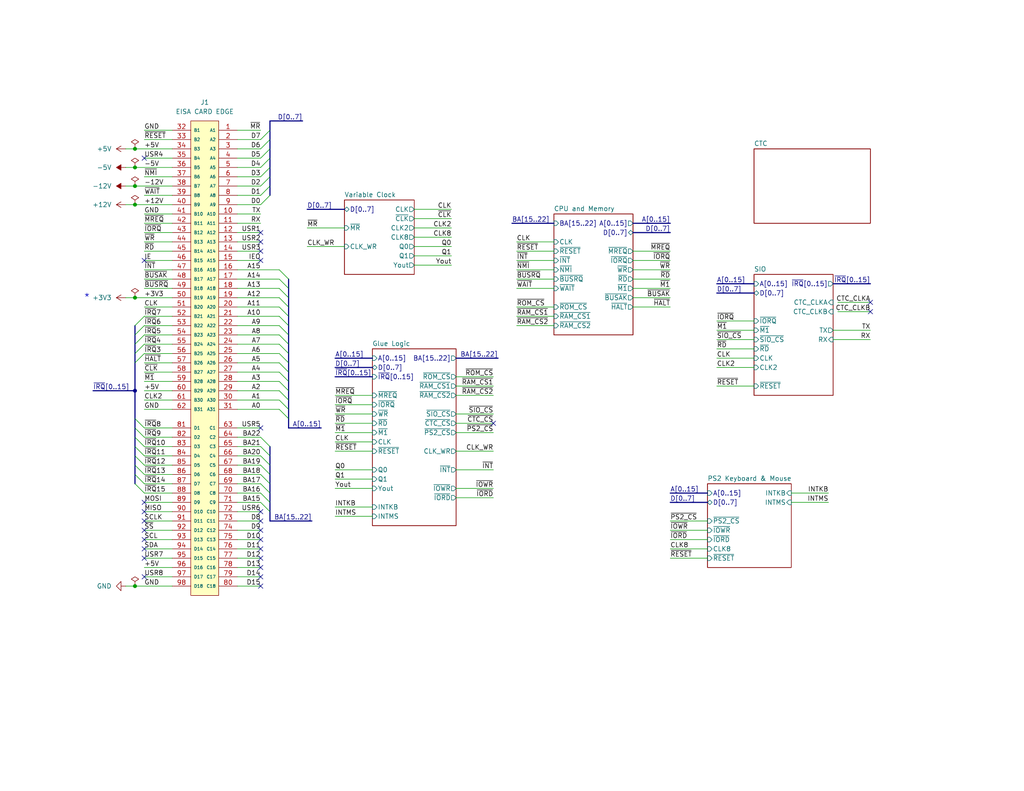
<source format=kicad_sch>
(kicad_sch (version 20230121) (generator eeschema)
  (paper "USLetter")
  (title_block (title "Main CPU card with CTC, SIO and PIO") (date "2023-08-13") (rev "V2") (company "Frédéric Segard  (@microhobbyist)"))
  (lib_symbols
    (symbol "0_Library:ISA_CARD_CONNECTOR_16BIT" (pin_names (offset 0.762))
      (property "Reference" "J" (at 0 5.08 0))
      (property "Value" "ISA_CARD_CONNECTOR_16BIT" (at 0 2.54 0))
      (symbol "ISA_CARD_CONNECTOR_16BIT_0_0"
        (pin passive line (at 8.89 -2.54 180) (length 5.08) (name "A1") (number "1"))
        (pin passive line (at 8.89 -25.4 180) (length 5.08) (name "A10") (number "10"))
        (pin passive line (at 8.89 -27.94 180) (length 5.08) (name "A11") (number "11"))
        (pin passive line (at 8.89 -30.48 180) (length 5.08) (name "A12") (number "12"))
        (pin passive line (at 8.89 -33.02 180) (length 5.08) (name "A13") (number "13"))
        (pin passive line (at 8.89 -35.56 180) (length 5.08) (name "A14") (number "14"))
        (pin passive line (at 8.89 -38.1 180) (length 5.08) (name "A15") (number "15"))
        (pin passive line (at 8.89 -40.64 180) (length 5.08) (name "A16") (number "16"))
        (pin passive line (at 8.89 -43.18 180) (length 5.08) (name "A17") (number "17"))
        (pin passive line (at 8.89 -45.72 180) (length 5.08) (name "A18") (number "18"))
        (pin passive line (at 8.89 -48.26 180) (length 5.08) (name "A19") (number "19"))
        (pin passive line (at 8.89 -5.08 180) (length 5.08) (name "A2") (number "2"))
        (pin passive line (at 8.89 -50.8 180) (length 5.08) (name "A20") (number "20"))
        (pin passive line (at 8.89 -53.34 180) (length 5.08) (name "A21") (number "21"))
        (pin passive line (at 8.89 -55.88 180) (length 5.08) (name "A22") (number "22"))
        (pin passive line (at 8.89 -58.42 180) (length 5.08) (name "A23") (number "23"))
        (pin passive line (at 8.89 -60.96 180) (length 5.08) (name "A24") (number "24"))
        (pin passive line (at 8.89 -63.5 180) (length 5.08) (name "A25") (number "25"))
        (pin passive line (at 8.89 -66.04 180) (length 5.08) (name "A26") (number "26"))
        (pin passive line (at 8.89 -68.58 180) (length 5.08) (name "A27") (number "27"))
        (pin passive line (at 8.89 -71.12 180) (length 5.08) (name "A28") (number "28"))
        (pin passive line (at 8.89 -73.66 180) (length 5.08) (name "A29") (number "29"))
        (pin passive line (at 8.89 -7.62 180) (length 5.08) (name "A3") (number "3"))
        (pin passive line (at 8.89 -76.2 180) (length 5.08) (name "A30") (number "30"))
        (pin passive line (at 8.89 -78.74 180) (length 5.08) (name "A31") (number "31"))
        (pin passive line (at -8.89 -2.54 0) (length 5.08) (name "B1") (number "32"))
        (pin passive line (at -8.89 -5.08 0) (length 5.08) (name "B2") (number "33"))
        (pin passive line (at -8.89 -7.62 0) (length 5.08) (name "B3") (number "34"))
        (pin passive line (at -8.89 -10.16 0) (length 5.08) (name "B4") (number "35"))
        (pin passive line (at -8.89 -12.7 0) (length 5.08) (name "B5") (number "36"))
        (pin passive line (at -8.89 -15.24 0) (length 5.08) (name "B6") (number "37"))
        (pin passive line (at -8.89 -17.78 0) (length 5.08) (name "B7") (number "38"))
        (pin passive line (at -8.89 -20.32 0) (length 5.08) (name "B8") (number "39"))
        (pin passive line (at 8.89 -10.16 180) (length 5.08) (name "A4") (number "4"))
        (pin passive line (at -8.89 -22.86 0) (length 5.08) (name "B9") (number "40"))
        (pin passive line (at -8.89 -25.4 0) (length 5.08) (name "B10") (number "41"))
        (pin passive line (at -8.89 -27.94 0) (length 5.08) (name "B11") (number "42"))
        (pin passive line (at -8.89 -30.48 0) (length 5.08) (name "B12") (number "43"))
        (pin passive line (at -8.89 -33.02 0) (length 5.08) (name "B13") (number "44"))
        (pin passive line (at -8.89 -35.56 0) (length 5.08) (name "B14") (number "45"))
        (pin passive line (at -8.89 -38.1 0) (length 5.08) (name "B15") (number "46"))
        (pin passive line (at -8.89 -40.64 0) (length 5.08) (name "B16") (number "47"))
        (pin passive line (at -8.89 -43.18 0) (length 5.08) (name "B17") (number "48"))
        (pin passive line (at -8.89 -45.72 0) (length 5.08) (name "B18") (number "49"))
        (pin passive line (at 8.89 -12.7 180) (length 5.08) (name "A5") (number "5"))
        (pin passive line (at -8.89 -48.26 0) (length 5.08) (name "B19") (number "50"))
        (pin passive line (at -8.89 -50.8 0) (length 5.08) (name "B20") (number "51"))
        (pin passive line (at -8.89 -53.34 0) (length 5.08) (name "B21") (number "52"))
        (pin passive line (at -8.89 -55.88 0) (length 5.08) (name "B22") (number "53"))
        (pin passive line (at -8.89 -58.42 0) (length 5.08) (name "B23") (number "54"))
        (pin passive line (at -8.89 -60.96 0) (length 5.08) (name "B24") (number "55"))
        (pin passive line (at -8.89 -63.5 0) (length 5.08) (name "B25") (number "56"))
        (pin passive line (at -8.89 -66.04 0) (length 5.08) (name "B26") (number "57"))
        (pin passive line (at -8.89 -68.58 0) (length 5.08) (name "B27") (number "58"))
        (pin passive line (at -8.89 -71.12 0) (length 5.08) (name "B28") (number "59"))
        (pin passive line (at 8.89 -15.24 180) (length 5.08) (name "A6") (number "6"))
        (pin passive line (at -8.89 -73.66 0) (length 5.08) (name "B29") (number "60"))
        (pin passive line (at -8.89 -76.2 0) (length 5.08) (name "B30") (number "61"))
        (pin passive line (at -8.89 -78.74 0) (length 5.08) (name "B31") (number "62"))
        (pin passive line (at 8.89 -17.78 180) (length 5.08) (name "A7") (number "7"))
        (pin passive line (at 8.89 -20.32 180) (length 5.08) (name "A8") (number "8"))
        (pin passive line (at 8.89 -22.86 180) (length 5.08) (name "A9") (number "9"))
      )
      (symbol "ISA_CARD_CONNECTOR_16BIT_0_1"
        (rectangle (start -3.81 0) (end 3.81 -129.54) (fill (type background)))
      )
      (symbol "ISA_CARD_CONNECTOR_16BIT_1_1"
        (pin passive line (at 8.89 -83.82 180) (length 5.08) (name "C1") (number "63"))
        (pin passive line (at 8.89 -86.36 180) (length 5.08) (name "C2") (number "64"))
        (pin passive line (at 8.89 -88.9 180) (length 5.08) (name "C3") (number "65"))
        (pin passive line (at 8.89 -91.44 180) (length 5.08) (name "C4") (number "66"))
        (pin passive line (at 8.89 -93.98 180) (length 5.08) (name "C5") (number "67"))
        (pin passive line (at 8.89 -96.52 180) (length 5.08) (name "C6") (number "68"))
        (pin passive line (at 8.89 -99.06 180) (length 5.08) (name "C7") (number "69"))
        (pin passive line (at 8.89 -101.6 180) (length 5.08) (name "C8") (number "70"))
        (pin passive line (at 8.89 -104.14 180) (length 5.08) (name "C9") (number "71"))
        (pin passive line (at 8.89 -106.68 180) (length 5.08) (name "C10") (number "72"))
        (pin passive line (at 8.89 -109.22 180) (length 5.08) (name "C11") (number "73"))
        (pin passive line (at 8.89 -111.76 180) (length 5.08) (name "C12") (number "74"))
        (pin passive line (at 8.89 -114.3 180) (length 5.08) (name "C13") (number "75"))
        (pin passive line (at 8.89 -116.84 180) (length 5.08) (name "C14") (number "76"))
        (pin passive line (at 8.89 -119.38 180) (length 5.08) (name "C15") (number "77"))
        (pin passive line (at 8.89 -121.92 180) (length 5.08) (name "C16") (number "78"))
        (pin passive line (at 8.89 -124.46 180) (length 5.08) (name "C17") (number "79"))
        (pin passive line (at 8.89 -127 180) (length 5.08) (name "C18") (number "80"))
        (pin passive line (at -8.89 -83.82 0) (length 5.08) (name "D1") (number "81"))
        (pin passive line (at -8.89 -86.36 0) (length 5.08) (name "D2") (number "82"))
        (pin passive line (at -8.89 -88.9 0) (length 5.08) (name "D3") (number "83"))
        (pin passive line (at -8.89 -91.44 0) (length 5.08) (name "D4") (number "84"))
        (pin passive line (at -8.89 -93.98 0) (length 5.08) (name "D5") (number "85"))
        (pin passive line (at -8.89 -96.52 0) (length 5.08) (name "D6") (number "86"))
        (pin passive line (at -8.89 -99.06 0) (length 5.08) (name "D7") (number "87"))
        (pin passive line (at -8.89 -101.6 0) (length 5.08) (name "D8") (number "88"))
        (pin passive line (at -8.89 -104.14 0) (length 5.08) (name "D9") (number "89"))
        (pin passive line (at -8.89 -106.68 0) (length 5.08) (name "D10") (number "90"))
        (pin passive line (at -8.89 -109.22 0) (length 5.08) (name "D11") (number "91"))
        (pin passive line (at -8.89 -111.76 0) (length 5.08) (name "D12") (number "92"))
        (pin passive line (at -8.89 -114.3 0) (length 5.08) (name "D13") (number "93"))
        (pin passive line (at -8.89 -116.84 0) (length 5.08) (name "D14") (number "94"))
        (pin passive line (at -8.89 -119.38 0) (length 5.08) (name "D15") (number "95"))
        (pin passive line (at -8.89 -121.92 0) (length 5.08) (name "D16") (number "96"))
        (pin passive line (at -8.89 -124.46 0) (length 5.08) (name "D17") (number "97"))
        (pin passive line (at -8.89 -127 0) (length 5.08) (name "D18") (number "98"))
      )
    )
    (symbol "power:+12V" (power) (pin_names (offset 0))
      (property "Value" "+12V" (at 0 3.556 0))
      (symbol "+12V_0_1"
        (polyline (pts (xy -0.762 1.27) (xy 0 2.54)))
        (polyline (pts (xy 0 0) (xy 0 2.54)))
        (polyline (pts (xy 0 2.54) (xy 0.762 1.27)))
      )
      (symbol "+12V_1_1"
        (pin power_in line (at 0 0 90) (length 0) hide (name "+12V") (number "1"))
      )
    )
    (symbol "power:+3V3" (power) (pin_names (offset 0))
      (property "Value" "+3V3" (at 0 3.556 0))
      (symbol "+3V3_0_1"
        (polyline (pts (xy -0.762 1.27) (xy 0 2.54)))
        (polyline (pts (xy 0 0) (xy 0 2.54)))
        (polyline (pts (xy 0 2.54) (xy 0.762 1.27)))
      )
      (symbol "+3V3_1_1"
        (pin power_in line (at 0 0 90) (length 0) hide (name "+3V3") (number "1"))
      )
    )
    (symbol "power:+5V" (power) (pin_names (offset 0))
      (property "Value" "+5V" (at 0 3.556 0))
      (symbol "+5V_0_1"
        (polyline (pts (xy -0.762 1.27) (xy 0 2.54)))
        (polyline (pts (xy 0 0) (xy 0 2.54)))
        (polyline (pts (xy 0 2.54) (xy 0.762 1.27)))
      )
      (symbol "+5V_1_1"
        (pin power_in line (at 0 0 90) (length 0) hide (name "+5V") (number "1"))
      )
    )
    (symbol "power:-12V" (power) (pin_names (offset 0))
      (property "Value" "-12V" (at 0 3.81 0))
      (symbol "-12V_0_0"
        (pin power_in line (at 0 0 90) (length 0) hide (name "-12V") (number "1"))
      )
      (symbol "-12V_0_1"
        (polyline (pts (xy 0 0) (xy 0 1.27) (xy 0.762 1.27) (xy 0 2.54) (xy -0.762 1.27) (xy 0 1.27)) (fill (type outline)))
      )
    )
    (symbol "power:-5V" (power) (pin_names (offset 0))
      (property "Value" "-5V" (at 0 3.81 0))
      (symbol "-5V_0_0"
        (pin power_in line (at 0 0 90) (length 0) hide (name "-5V") (number "1"))
      )
      (symbol "-5V_0_1"
        (polyline (pts (xy 0 0) (xy 0 1.27) (xy 0.762 1.27) (xy 0 2.54) (xy -0.762 1.27) (xy 0 1.27)) (fill (type outline)))
      )
    )
    (symbol "power:GND" (power) (pin_names (offset 0))
      (property "Value" "GND" (at 0 -3.81 0))
      (symbol "GND_0_1"
        (polyline (pts (xy 0 0) (xy 0 -1.27) (xy 1.27 -1.27) (xy 0 -2.54) (xy -1.27 -1.27) (xy 0 -1.27)))
      )
      (symbol "GND_1_1"
        (pin power_in line (at 0 0 270) (length 0) hide (name "GND") (number "1"))
      )
    )
    (symbol "power:PWR_FLAG" (power) (pin_numbers hide) (pin_names (offset 0) hide)
      (property "Value" "PWR_FLAG" (at 0 3.81 0))
      (symbol "PWR_FLAG_0_0"
        (pin power_out line (at 0 0 90) (length 0) (name "pwr") (number "1"))
      )
      (symbol "PWR_FLAG_0_1"
        (polyline (pts (xy 0 0) (xy 0 1.27) (xy -1.016 1.905) (xy 0 2.54) (xy 1.016 1.905) (xy 0 1.27)))
      )
    )
  )
  (junction (at 36.83 81.28))
  (junction (at 36.83 50.8))
  (junction (at 36.83 55.88))
  (junction (at 36.83 160.02))
  (junction (at 36.83 40.64))
  (junction (at 36.83 106.68))
  (junction (at 36.83 45.72))
  (no_connect (at 71.12 142.24))
  (no_connect (at 237.49 85.09))
  (no_connect (at 71.12 160.02))
  (no_connect (at 39.37 149.86))
  (no_connect (at 71.12 149.86))
  (no_connect (at 71.12 63.5))
  (no_connect (at 237.49 82.55))
  (no_connect (at 39.37 147.32))
  (no_connect (at 134.62 115.57))
  (no_connect (at 71.12 139.7))
  (no_connect (at 39.37 43.18))
  (no_connect (at 39.37 152.4))
  (no_connect (at 71.12 71.12))
  (no_connect (at 71.12 152.4))
  (no_connect (at 39.37 142.24))
  (no_connect (at 39.37 144.78))
  (no_connect (at 71.12 116.84))
  (no_connect (at 71.12 154.94))
  (no_connect (at 39.37 71.12))
  (no_connect (at 71.12 66.04))
  (no_connect (at 39.37 139.7))
  (no_connect (at 71.12 157.48))
  (no_connect (at 71.12 144.78))
  (no_connect (at 39.37 137.16))
  (no_connect (at 39.37 157.48))
  (no_connect (at 71.12 147.32))
  (no_connect (at 71.12 68.58))
  (bus_entry (at 78.74 96.52) (size -2.54 -2.54))
  (bus_entry (at 71.12 121.92) (size 2.54 2.54))
  (bus_entry (at 71.12 55.88) (size 2.54 -2.54))
  (bus_entry (at 36.83 96.52) (size 2.54 -2.54))
  (bus_entry (at 78.74 78.74) (size -2.54 -2.54))
  (bus_entry (at 71.12 137.16) (size 2.54 2.54))
  (bus_entry (at 39.37 119.38) (size -2.54 -2.54))
  (bus_entry (at 78.74 76.2) (size -2.54 -2.54))
  (bus_entry (at 36.83 93.98) (size 2.54 -2.54))
  (bus_entry (at 78.74 114.3) (size -2.54 -2.54))
  (bus_entry (at 78.74 93.98) (size -2.54 -2.54))
  (bus_entry (at 71.12 129.54) (size 2.54 2.54))
  (bus_entry (at 39.37 124.46) (size -2.54 -2.54))
  (bus_entry (at 78.74 83.82) (size -2.54 -2.54))
  (bus_entry (at 78.74 88.9) (size -2.54 -2.54))
  (bus_entry (at 78.74 109.22) (size -2.54 -2.54))
  (bus_entry (at 78.74 106.68) (size -2.54 -2.54))
  (bus_entry (at 71.12 132.08) (size 2.54 2.54))
  (bus_entry (at 71.12 53.34) (size 2.54 -2.54))
  (bus_entry (at 39.37 134.62) (size -2.54 -2.54))
  (bus_entry (at 71.12 45.72) (size 2.54 -2.54))
  (bus_entry (at 36.83 91.44) (size 2.54 -2.54))
  (bus_entry (at 71.12 127) (size 2.54 2.54))
  (bus_entry (at 39.37 121.92) (size -2.54 -2.54))
  (bus_entry (at 39.37 132.08) (size -2.54 -2.54))
  (bus_entry (at 39.37 127) (size -2.54 -2.54))
  (bus_entry (at 78.74 81.28) (size -2.54 -2.54))
  (bus_entry (at 78.74 104.14) (size -2.54 -2.54))
  (bus_entry (at 39.37 116.84) (size -2.54 -2.54))
  (bus_entry (at 78.74 99.06) (size -2.54 -2.54))
  (bus_entry (at 71.12 134.62) (size 2.54 2.54))
  (bus_entry (at 78.74 111.76) (size -2.54 -2.54))
  (bus_entry (at 71.12 50.8) (size 2.54 -2.54))
  (bus_entry (at 71.12 119.38) (size 2.54 2.54))
  (bus_entry (at 71.12 38.1) (size 2.54 -2.54))
  (bus_entry (at 36.83 88.9) (size 2.54 -2.54))
  (bus_entry (at 78.74 86.36) (size -2.54 -2.54))
  (bus_entry (at 39.37 129.54) (size -2.54 -2.54))
  (bus_entry (at 78.74 101.6) (size -2.54 -2.54))
  (bus_entry (at 36.83 99.06) (size 2.54 -2.54))
  (bus_entry (at 71.12 48.26) (size 2.54 -2.54))
  (bus_entry (at 71.12 124.46) (size 2.54 2.54))
  (bus_entry (at 71.12 43.18) (size 2.54 -2.54))
  (bus_entry (at 78.74 91.44) (size -2.54 -2.54))
  (bus_entry (at 71.12 40.64) (size 2.54 -2.54))
  (wire (pts (xy 34.29 50.8) (xy 36.83 50.8)))
  (bus (pts (xy 78.74 111.76) (xy 78.74 114.3)))
  (bus (pts (xy 36.83 88.9) (xy 36.83 91.44)))
  (bus (pts (xy 73.66 35.56) (xy 73.66 33.02)))
  (bus (pts (xy 36.83 93.98) (xy 36.83 96.52)))
  (wire (pts (xy 39.37 101.6) (xy 46.99 101.6)))
  (wire (pts (xy 195.58 105.41) (xy 205.74 105.41)))
  (wire (pts (xy 39.37 35.56) (xy 46.99 35.56)))
  (wire (pts (xy 124.46 118.11) (xy 134.62 118.11)))
  (wire (pts (xy 134.62 105.41) (xy 124.46 105.41)))
  (bus (pts (xy 73.66 45.72) (xy 73.66 43.18)))
  (wire (pts (xy 140.97 76.2) (xy 151.13 76.2)))
  (wire (pts (xy 228.6 82.55) (xy 237.49 82.55)))
  (wire (pts (xy 123.19 72.39) (xy 113.03 72.39)))
  (wire (pts (xy 39.37 121.92) (xy 46.99 121.92)))
  (wire (pts (xy 36.83 81.28) (xy 34.29 81.28)))
  (wire (pts (xy 39.37 73.66) (xy 46.99 73.66)))
  (wire (pts (xy 39.37 139.7) (xy 46.99 139.7)))
  (wire (pts (xy 182.88 78.74) (xy 172.72 78.74)))
  (wire (pts (xy 39.37 60.96) (xy 46.99 60.96)))
  (wire (pts (xy 36.83 55.88) (xy 46.99 55.88)))
  (bus (pts (xy 73.66 142.24) (xy 85.09 142.24)))
  (wire (pts (xy 140.97 73.66) (xy 151.13 73.66)))
  (wire (pts (xy 205.74 92.71) (xy 195.58 92.71)))
  (bus (pts (xy 78.74 83.82) (xy 78.74 86.36)))
  (wire (pts (xy 226.06 134.62) (xy 215.9 134.62)))
  (bus (pts (xy 91.44 102.87) (xy 101.6 102.87)))
  (wire (pts (xy 71.12 66.04) (xy 64.77 66.04)))
  (wire (pts (xy 64.77 78.74) (xy 76.2 78.74)))
  (wire (pts (xy 64.77 119.38) (xy 71.12 119.38)))
  (wire (pts (xy 64.77 139.7) (xy 71.12 139.7)))
  (wire (pts (xy 39.37 106.68) (xy 46.99 106.68)))
  (wire (pts (xy 64.77 88.9) (xy 76.2 88.9)))
  (wire (pts (xy 39.37 68.58) (xy 46.99 68.58)))
  (wire (pts (xy 39.37 96.52) (xy 46.99 96.52)))
  (wire (pts (xy 39.37 137.16) (xy 46.99 137.16)))
  (wire (pts (xy 91.44 115.57) (xy 101.6 115.57)))
  (wire (pts (xy 46.99 81.28) (xy 36.83 81.28)))
  (wire (pts (xy 64.77 127) (xy 71.12 127)))
  (bus (pts (xy 73.66 38.1) (xy 73.66 35.56)))
  (bus (pts (xy 36.83 116.84) (xy 36.83 119.38)))
  (wire (pts (xy 64.77 86.36) (xy 76.2 86.36)))
  (wire (pts (xy 226.06 137.16) (xy 215.9 137.16)))
  (wire (pts (xy 64.77 99.06) (xy 76.2 99.06)))
  (bus (pts (xy 78.74 96.52) (xy 78.74 99.06)))
  (bus (pts (xy 73.66 127) (xy 73.66 129.54)))
  (bus (pts (xy 91.44 97.79) (xy 101.6 97.79)))
  (wire (pts (xy 39.37 134.62) (xy 46.99 134.62)))
  (bus (pts (xy 182.88 60.96) (xy 172.72 60.96)))
  (wire (pts (xy 64.77 154.94) (xy 71.12 154.94)))
  (wire (pts (xy 64.77 60.96) (xy 71.12 60.96)))
  (wire (pts (xy 39.37 111.76) (xy 46.99 111.76)))
  (wire (pts (xy 91.44 138.43) (xy 101.6 138.43)))
  (wire (pts (xy 227.33 92.71) (xy 237.49 92.71)))
  (bus (pts (xy 73.66 137.16) (xy 73.66 139.7)))
  (bus (pts (xy 73.66 129.54) (xy 73.66 132.08)))
  (wire (pts (xy 124.46 115.57) (xy 134.62 115.57)))
  (wire (pts (xy 140.97 86.36) (xy 151.13 86.36)))
  (wire (pts (xy 64.77 134.62) (xy 71.12 134.62)))
  (wire (pts (xy 124.46 133.35) (xy 134.62 133.35)))
  (wire (pts (xy 140.97 83.82) (xy 151.13 83.82)))
  (bus (pts (xy 93.98 57.15) (xy 83.82 57.15)))
  (bus (pts (xy 124.46 97.79) (xy 135.89 97.79)))
  (wire (pts (xy 64.77 91.44) (xy 76.2 91.44)))
  (wire (pts (xy 39.37 58.42) (xy 46.99 58.42)))
  (wire (pts (xy 39.37 63.5) (xy 46.99 63.5)))
  (wire (pts (xy 64.77 76.2) (xy 76.2 76.2)))
  (wire (pts (xy 134.62 102.87) (xy 124.46 102.87)))
  (wire (pts (xy 140.97 66.04) (xy 151.13 66.04)))
  (bus (pts (xy 73.66 43.18) (xy 73.66 40.64)))
  (wire (pts (xy 64.77 73.66) (xy 76.2 73.66)))
  (wire (pts (xy 64.77 149.86) (xy 71.12 149.86)))
  (wire (pts (xy 228.6 85.09) (xy 237.49 85.09)))
  (wire (pts (xy 39.37 38.1) (xy 46.99 38.1)))
  (bus (pts (xy 78.74 101.6) (xy 78.74 104.14)))
  (wire (pts (xy 39.37 132.08) (xy 46.99 132.08)))
  (wire (pts (xy 123.19 69.85) (xy 113.03 69.85)))
  (wire (pts (xy 64.77 147.32) (xy 71.12 147.32)))
  (wire (pts (xy 71.12 63.5) (xy 64.77 63.5)))
  (wire (pts (xy 34.29 45.72) (xy 36.83 45.72)))
  (wire (pts (xy 91.44 130.81) (xy 101.6 130.81)))
  (wire (pts (xy 91.44 128.27) (xy 101.6 128.27)))
  (wire (pts (xy 39.37 127) (xy 46.99 127)))
  (wire (pts (xy 172.72 81.28) (xy 182.88 81.28)))
  (wire (pts (xy 64.77 152.4) (xy 71.12 152.4)))
  (bus (pts (xy 73.66 124.46) (xy 73.66 127)))
  (wire (pts (xy 124.46 113.03) (xy 134.62 113.03)))
  (bus (pts (xy 36.83 106.68) (xy 36.83 114.3)))
  (wire (pts (xy 91.44 107.95) (xy 101.6 107.95)))
  (wire (pts (xy 39.37 99.06) (xy 46.99 99.06)))
  (bus (pts (xy 73.66 53.34) (xy 73.66 50.8)))
  (wire (pts (xy 124.46 135.89) (xy 134.62 135.89)))
  (wire (pts (xy 64.77 83.82) (xy 76.2 83.82)))
  (wire (pts (xy 91.44 123.19) (xy 101.6 123.19)))
  (wire (pts (xy 64.77 124.46) (xy 71.12 124.46)))
  (wire (pts (xy 39.37 93.98) (xy 46.99 93.98)))
  (wire (pts (xy 39.37 157.48) (xy 46.99 157.48)))
  (wire (pts (xy 39.37 147.32) (xy 46.99 147.32)))
  (wire (pts (xy 39.37 124.46) (xy 46.99 124.46)))
  (wire (pts (xy 39.37 86.36) (xy 46.99 86.36)))
  (wire (pts (xy 182.88 68.58) (xy 172.72 68.58)))
  (wire (pts (xy 64.77 104.14) (xy 76.2 104.14)))
  (bus (pts (xy 36.83 129.54) (xy 36.83 132.08)))
  (wire (pts (xy 39.37 43.18) (xy 46.99 43.18)))
  (wire (pts (xy 36.83 50.8) (xy 46.99 50.8)))
  (bus (pts (xy 101.6 100.33) (xy 91.44 100.33)))
  (wire (pts (xy 64.77 101.6) (xy 76.2 101.6)))
  (bus (pts (xy 36.83 121.92) (xy 36.83 124.46)))
  (wire (pts (xy 64.77 81.28) (xy 76.2 81.28)))
  (wire (pts (xy 64.77 40.64) (xy 71.12 40.64)))
  (bus (pts (xy 73.66 48.26) (xy 73.66 45.72)))
  (wire (pts (xy 64.77 144.78) (xy 71.12 144.78)))
  (bus (pts (xy 36.83 96.52) (xy 36.83 99.06)))
  (bus (pts (xy 205.74 80.01) (xy 195.58 80.01)))
  (wire (pts (xy 113.03 64.77) (xy 123.19 64.77)))
  (wire (pts (xy 36.83 45.72) (xy 46.99 45.72)))
  (wire (pts (xy 64.77 132.08) (xy 71.12 132.08)))
  (bus (pts (xy 78.74 99.06) (xy 78.74 101.6)))
  (bus (pts (xy 78.74 78.74) (xy 78.74 81.28)))
  (wire (pts (xy 91.44 140.97) (xy 101.6 140.97)))
  (wire (pts (xy 39.37 154.94) (xy 46.99 154.94)))
  (wire (pts (xy 39.37 142.24) (xy 46.99 142.24)))
  (wire (pts (xy 64.77 109.22) (xy 76.2 109.22)))
  (wire (pts (xy 39.37 76.2) (xy 46.99 76.2)))
  (wire (pts (xy 64.77 160.02) (xy 71.12 160.02)))
  (wire (pts (xy 39.37 66.04) (xy 46.99 66.04)))
  (bus (pts (xy 172.72 63.5) (xy 182.88 63.5)))
  (wire (pts (xy 134.62 107.95) (xy 124.46 107.95)))
  (wire (pts (xy 93.98 62.23) (xy 83.82 62.23)))
  (wire (pts (xy 64.77 157.48) (xy 71.12 157.48)))
  (wire (pts (xy 64.77 35.56) (xy 71.12 35.56)))
  (wire (pts (xy 182.88 71.12) (xy 172.72 71.12)))
  (wire (pts (xy 39.37 78.74) (xy 46.99 78.74)))
  (bus (pts (xy 237.49 77.47) (xy 227.33 77.47)))
  (bus (pts (xy 73.66 33.02) (xy 82.55 33.02)))
  (wire (pts (xy 172.72 83.82) (xy 182.88 83.82)))
  (wire (pts (xy 140.97 68.58) (xy 151.13 68.58)))
  (bus (pts (xy 73.66 121.92) (xy 73.66 124.46)))
  (wire (pts (xy 140.97 88.9) (xy 151.13 88.9)))
  (bus (pts (xy 78.74 88.9) (xy 78.74 91.44)))
  (wire (pts (xy 39.37 109.22) (xy 46.99 109.22)))
  (bus (pts (xy 36.83 114.3) (xy 36.83 116.84)))
  (wire (pts (xy 193.04 144.78) (xy 182.88 144.78)))
  (wire (pts (xy 64.77 50.8) (xy 71.12 50.8)))
  (wire (pts (xy 39.37 104.14) (xy 46.99 104.14)))
  (bus (pts (xy 182.88 134.62) (xy 193.04 134.62)))
  (wire (pts (xy 39.37 83.82) (xy 46.99 83.82)))
  (wire (pts (xy 140.97 78.74) (xy 151.13 78.74)))
  (wire (pts (xy 64.77 38.1) (xy 71.12 38.1)))
  (wire (pts (xy 193.04 142.24) (xy 182.88 142.24)))
  (wire (pts (xy 34.29 40.64) (xy 36.83 40.64)))
  (wire (pts (xy 123.19 57.15) (xy 113.03 57.15)))
  (wire (pts (xy 195.58 100.33) (xy 205.74 100.33)))
  (wire (pts (xy 39.37 149.86) (xy 46.99 149.86)))
  (bus (pts (xy 36.83 119.38) (xy 36.83 121.92)))
  (wire (pts (xy 39.37 144.78) (xy 46.99 144.78)))
  (wire (pts (xy 64.77 111.76) (xy 76.2 111.76)))
  (wire (pts (xy 195.58 87.63) (xy 205.74 87.63)))
  (wire (pts (xy 64.77 129.54) (xy 71.12 129.54)))
  (wire (pts (xy 193.04 149.86) (xy 182.88 149.86)))
  (wire (pts (xy 182.88 76.2) (xy 172.72 76.2)))
  (wire (pts (xy 39.37 88.9) (xy 46.99 88.9)))
  (bus (pts (xy 78.74 76.2) (xy 78.74 78.74)))
  (wire (pts (xy 39.37 91.44) (xy 46.99 91.44)))
  (wire (pts (xy 195.58 95.25) (xy 205.74 95.25)))
  (bus (pts (xy 78.74 91.44) (xy 78.74 93.98)))
  (wire (pts (xy 195.58 90.17) (xy 205.74 90.17)))
  (wire (pts (xy 64.77 116.84) (xy 71.12 116.84)))
  (bus (pts (xy 78.74 81.28) (xy 78.74 83.82)))
  (wire (pts (xy 64.77 71.12) (xy 71.12 71.12)))
  (bus (pts (xy 78.74 116.84) (xy 87.63 116.84)))
  (wire (pts (xy 134.62 128.27) (xy 124.46 128.27)))
  (wire (pts (xy 64.77 45.72) (xy 71.12 45.72)))
  (wire (pts (xy 64.77 142.24) (xy 71.12 142.24)))
  (wire (pts (xy 93.98 67.31) (xy 83.82 67.31)))
  (bus (pts (xy 73.66 132.08) (xy 73.66 134.62)))
  (bus (pts (xy 78.74 104.14) (xy 78.74 106.68)))
  (bus (pts (xy 73.66 40.64) (xy 73.66 38.1)))
  (wire (pts (xy 71.12 68.58) (xy 64.77 68.58)))
  (wire (pts (xy 64.77 96.52) (xy 76.2 96.52)))
  (wire (pts (xy 124.46 123.19) (xy 134.62 123.19)))
  (bus (pts (xy 78.74 109.22) (xy 78.74 111.76)))
  (wire (pts (xy 227.33 90.17) (xy 237.49 90.17)))
  (bus (pts (xy 25.4 106.68) (xy 36.83 106.68)))
  (wire (pts (xy 123.19 59.69) (xy 113.03 59.69)))
  (wire (pts (xy 39.37 129.54) (xy 46.99 129.54)))
  (wire (pts (xy 195.58 97.79) (xy 205.74 97.79)))
  (wire (pts (xy 64.77 137.16) (xy 71.12 137.16)))
  (bus (pts (xy 78.74 93.98) (xy 78.74 96.52)))
  (wire (pts (xy 64.77 43.18) (xy 71.12 43.18)))
  (wire (pts (xy 39.37 48.26) (xy 46.99 48.26)))
  (wire (pts (xy 182.88 152.4) (xy 193.04 152.4)))
  (wire (pts (xy 36.83 40.64) (xy 46.99 40.64)))
  (bus (pts (xy 193.04 137.16) (xy 182.88 137.16)))
  (wire (pts (xy 64.77 53.34) (xy 71.12 53.34)))
  (wire (pts (xy 182.88 73.66) (xy 172.72 73.66)))
  (wire (pts (xy 39.37 53.34) (xy 46.99 53.34)))
  (wire (pts (xy 64.77 121.92) (xy 71.12 121.92)))
  (wire (pts (xy 91.44 120.65) (xy 101.6 120.65)))
  (wire (pts (xy 91.44 118.11) (xy 101.6 118.11)))
  (wire (pts (xy 34.29 160.02) (xy 36.83 160.02)))
  (wire (pts (xy 39.37 116.84) (xy 46.99 116.84)))
  (wire (pts (xy 39.37 152.4) (xy 46.99 152.4)))
  (wire (pts (xy 140.97 71.12) (xy 151.13 71.12)))
  (wire (pts (xy 64.77 48.26) (xy 71.12 48.26)))
  (wire (pts (xy 64.77 55.88) (xy 71.12 55.88)))
  (bus (pts (xy 78.74 106.68) (xy 78.74 109.22)))
  (bus (pts (xy 73.66 139.7) (xy 73.66 142.24)))
  (wire (pts (xy 91.44 110.49) (xy 101.6 110.49)))
  (wire (pts (xy 36.83 160.02) (xy 46.99 160.02)))
  (bus (pts (xy 36.83 99.06) (xy 36.83 106.68)))
  (bus (pts (xy 195.58 77.47) (xy 205.74 77.47)))
  (wire (pts (xy 64.77 58.42) (xy 71.12 58.42)))
  (bus (pts (xy 151.13 60.96) (xy 139.7 60.96)))
  (wire (pts (xy 91.44 113.03) (xy 101.6 113.03)))
  (wire (pts (xy 193.04 147.32) (xy 182.88 147.32)))
  (bus (pts (xy 73.66 50.8) (xy 73.66 48.26)))
  (wire (pts (xy 64.77 93.98) (xy 76.2 93.98)))
  (bus (pts (xy 36.83 124.46) (xy 36.83 127)))
  (wire (pts (xy 34.29 55.88) (xy 36.83 55.88)))
  (wire (pts (xy 64.77 106.68) (xy 76.2 106.68)))
  (wire (pts (xy 123.19 67.31) (xy 113.03 67.31)))
  (wire (pts (xy 91.44 133.35) (xy 101.6 133.35)))
  (wire (pts (xy 39.37 71.12) (xy 46.99 71.12)))
  (bus (pts (xy 73.66 134.62) (xy 73.66 137.16)))
  (bus (pts (xy 36.83 127) (xy 36.83 129.54)))
  (bus (pts (xy 36.83 91.44) (xy 36.83 93.98)))
  (bus (pts (xy 78.74 86.36) (xy 78.74 88.9)))
  (bus (pts (xy 78.74 114.3) (xy 78.74 116.84)))
  (wire (pts (xy 39.37 119.38) (xy 46.99 119.38)))
  (wire (pts (xy 123.19 62.23) (xy 113.03 62.23)))
  (text "*" (at 22.86 82.55 0) (effects (font (size 2 2)) (justify left bottom)))
  (label "~{M1}" (at 182.88 78.74 180))
  (label "~{MREQ}" (at 91.44 107.95 0))
  (label "CTC_CLKA" (at 237.49 82.55 180))
  (label "~{WR}" (at 39.37 66.04 0))
  (label "USR5" (at 71.12 116.84 180))
  (label "~{WR}" (at 182.88 73.66 180))
  (label "~{WR}" (at 91.44 113.03 0))
  (label "A6" (at 71.12 96.52 180))
  (label "A9" (at 71.12 88.9 180))
  (label "~{MR}" (at 71.12 35.56 180))
  (label "D4" (at 71.12 45.72 180))
  (label "~{HALT}" (at 182.88 83.82 180))
  (label "A10" (at 71.12 86.36 180))
  (label "~{WAIT}" (at 140.97 78.74 0))
  (label "CLK" (at 123.19 57.15 180))
  (label "A13" (at 71.12 78.74 180))
  (label "~{RAM_CS1}" (at 140.97 86.36 0))
  (label "D[0..7]" (at 182.88 137.16 0))
  (label "D[0..7]" (at 83.82 57.15 0))
  (label "~{IRQ}14" (at 39.37 132.08 0))
  (label "~{BUSAK}" (at 39.37 76.2 0))
  (label "~{RESET}" (at 195.58 105.41 0))
  (label "~{WAIT}" (at 39.37 53.34 0))
  (label "~{IORD}" (at 182.88 147.32 0))
  (label "~{M1}" (at 195.58 90.17 0))
  (label "BA[15..22]" (at 135.89 97.79 180))
  (label "RX" (at 71.12 60.96 180))
  (label "Q0" (at 91.44 128.27 0))
  (label "+5V" (at 39.37 106.68 0))
  (label "RX" (at 237.49 92.71 180))
  (label "~{SIO_CS}" (at 134.62 113.03 180))
  (label "A1" (at 71.12 109.22 180))
  (label "~{SIO_CS}" (at 195.58 92.71 0))
  (label "~{IRQ}[0..15]" (at 25.4 106.68 0))
  (label "D10" (at 71.12 147.32 180))
  (label "D[0..7]" (at 195.58 80.01 0))
  (label "CTC_CLKB" (at 237.49 85.09 180))
  (label "~{CLK}" (at 39.37 101.6 0))
  (label "~{ROM_CS}" (at 140.97 83.82 0))
  (label "A5" (at 71.12 99.06 180))
  (label "~{MR}" (at 83.82 62.23 0))
  (label "BA15" (at 71.12 137.16 180))
  (label "CLK8" (at 123.19 64.77 180))
  (label "~{IRQ}3" (at 39.37 96.52 0))
  (label "D[0..7]" (at 91.44 100.33 0))
  (label "IEO" (at 71.12 71.12 180))
  (label "~{IRQ}9" (at 39.37 119.38 0))
  (label "INTKB" (at 226.06 134.62 180))
  (label "MISO" (at 39.37 139.7 0))
  (label "D12" (at 71.12 152.4 180))
  (label "BA16" (at 71.12 134.62 180))
  (label "CLK" (at 195.58 97.79 0))
  (label "GND" (at 39.37 111.76 0))
  (label "SDA" (at 39.37 149.86 0))
  (label "+5V" (at 39.37 154.94 0))
  (label "~{IRQ}13" (at 39.37 129.54 0))
  (label "BA20" (at 71.12 124.46 180))
  (label "BA19" (at 71.12 127 180))
  (label "USR3" (at 71.12 68.58 180))
  (label "-5V" (at 39.37 45.72 0))
  (label "D14" (at 71.12 157.48 180))
  (label "BA[15..22]" (at 85.09 142.24 180))
  (label "~{IRQ}6" (at 39.37 88.9 0))
  (label "A8" (at 71.12 91.44 180))
  (label "~{PS2_CS}" (at 182.88 142.24 0))
  (label "Q1" (at 91.44 130.81 0))
  (label "Yout" (at 123.19 72.39 180))
  (label "~{IORQ}" (at 182.88 71.12 180))
  (label "SCLK" (at 39.37 142.24 0))
  (label "~{IRQ}[0..15]" (at 91.44 102.87 0))
  (label "~{IOWR}" (at 134.62 133.35 180))
  (label "D[0..7]" (at 82.55 33.02 180))
  (label "~{MREQ}" (at 182.88 68.58 180))
  (label "INTMS" (at 91.44 140.97 0))
  (label "TX" (at 71.12 58.42 180))
  (label "~{INT}" (at 39.37 73.66 0))
  (label "~{RAM_CS2}" (at 134.62 107.95 180))
  (label "CLK_WR" (at 134.62 123.19 180))
  (label "USR4" (at 39.37 43.18 0))
  (label "IE" (at 39.37 71.12 0))
  (label "D11" (at 71.12 149.86 180))
  (label "A4" (at 71.12 101.6 180))
  (label "D[0..7]" (at 182.88 63.5 180))
  (label "Yout" (at 91.44 133.35 0))
  (label "~{IORQ}" (at 195.58 87.63 0))
  (label "~{PS2_CS}" (at 134.62 118.11 180))
  (label "~{RESET}" (at 91.44 123.19 0))
  (label "A3" (at 71.12 104.14 180))
  (label "~{IRQ}12" (at 39.37 127 0))
  (label "A2" (at 71.12 106.68 180))
  (label "~{RAM_CS1}" (at 134.62 105.41 180))
  (label "A[0..15]" (at 182.88 60.96 180))
  (label "+12V" (at 39.37 55.88 0))
  (label "D3" (at 71.12 48.26 180))
  (label "A7" (at 71.12 93.98 180))
  (label "A[0..15]" (at 91.44 97.79 0))
  (label "~{IRQ}10" (at 39.37 121.92 0))
  (label "~{IORQ}" (at 39.37 63.5 0))
  (label "A[0..15]" (at 182.88 134.62 0))
  (label "BA22" (at 71.12 119.38 180))
  (label "~{NMI}" (at 140.97 73.66 0))
  (label "USR8" (at 39.37 157.48 0))
  (label "D0" (at 71.12 55.88 180))
  (label "~{RESET}" (at 140.97 68.58 0))
  (label "~{IRQ}8" (at 39.37 116.84 0))
  (label "D6" (at 71.12 40.64 180))
  (label "~{BUSRQ}" (at 39.37 78.74 0))
  (label "D5" (at 71.12 43.18 180))
  (label "USR1" (at 71.12 63.5 180))
  (label "~{IRQ}[0..15]" (at 237.49 77.47 180))
  (label "D8" (at 71.12 142.24 180))
  (label "MOSI" (at 39.37 137.16 0))
  (label "CLK" (at 39.37 83.82 0))
  (label "INTKB" (at 91.44 138.43 0))
  (label "SCL" (at 39.37 147.32 0))
  (label "A[0..15]" (at 87.63 116.84 180))
  (label "D2" (at 71.12 50.8 180))
  (label "Q1" (at 123.19 69.85 180))
  (label "~{RD}" (at 195.58 95.25 0))
  (label "~{M1}" (at 91.44 118.11 0))
  (label "+3V3" (at 39.37 81.28 0))
  (label "A12" (at 71.12 81.28 180))
  (label "+5V" (at 39.37 40.64 0))
  (label "USR6" (at 71.12 139.7 180))
  (label "~{RD}" (at 182.88 76.2 180))
  (label "BA17" (at 71.12 132.08 180))
  (label "CLK2" (at 123.19 62.23 180))
  (label "CLK2" (at 195.58 100.33 0))
  (label "GND" (at 39.37 160.02 0))
  (label "BA18" (at 71.12 129.54 180))
  (label "A11" (at 71.12 83.82 180))
  (label "~{M1}" (at 39.37 104.14 0))
  (label "CLK" (at 91.44 120.65 0))
  (label "~{RESET}" (at 182.88 152.4 0))
  (label "A[0..15]" (at 195.58 77.47 0))
  (label "D1" (at 71.12 53.34 180))
  (label "D15" (at 71.12 160.02 180))
  (label "~{BUSRQ}" (at 140.97 76.2 0))
  (label "~{IRQ}4" (at 39.37 93.98 0))
  (label "~{IRQ}11" (at 39.37 124.46 0))
  (label "A15" (at 71.12 73.66 180))
  (label "USR2" (at 71.12 66.04 180))
  (label "~{IOWR}" (at 182.88 144.78 0))
  (label "~{SS}" (at 39.37 144.78 0))
  (label "D13" (at 71.12 154.94 180))
  (label "INTMS" (at 226.06 137.16 180))
  (label "CLK2" (at 39.37 109.22 0))
  (label "~{CTC_CS}" (at 134.62 115.57 180))
  (label "-12V" (at 39.37 50.8 0))
  (label "D9" (at 71.12 144.78 180))
  (label "~{RESET}" (at 39.37 38.1 0))
  (label "~{RAM_CS2}" (at 140.97 88.9 0))
  (label "CLK8" (at 182.88 149.86 0))
  (label "~{IRQ}15" (at 39.37 134.62 0))
  (label "~{RD}" (at 39.37 68.58 0))
  (label "~{BUSAK}" (at 182.88 81.28 180))
  (label "~{MREQ}" (at 39.37 60.96 0))
  (label "CLK" (at 140.97 66.04 0))
  (label "A14" (at 71.12 76.2 180))
  (label "TX" (at 237.49 90.17 180))
  (label "A0" (at 71.12 111.76 180))
  (label "GND" (at 39.37 58.42 0))
  (label "~{IRQ}7" (at 39.37 86.36 0))
  (label "Q0" (at 123.19 67.31 180))
  (label "~{RD}" (at 91.44 115.57 0))
  (label "CLK_WR" (at 83.82 67.31 0))
  (label "~{IRQ}5" (at 39.37 91.44 0))
  (label "~{HALT}" (at 39.37 99.06 0))
  (label "BA21" (at 71.12 121.92 180))
  (label "GND" (at 39.37 35.56 0))
  (label "~{IORD}" (at 134.62 135.89 180))
  (label "~{INT}" (at 140.97 71.12 0))
  (label "~{CLK}" (at 123.19 59.69 180))
  (label "~{ROM_CS}" (at 134.62 102.87 180))
  (label "~{INT}" (at 134.62 128.27 180))
  (label "~{NMI}" (at 39.37 48.26 0))
  (label "BA[15..22]" (at 139.7 60.96 0))
  (label "~{IORQ}" (at 91.44 110.49 0))
  (label "D7" (at 71.12 38.1 180))
  (label "USR7" (at 39.37 152.4 0))
  (symbol (lib_id "power:GND") (at 34.29 160.02 270) (unit 1)
    (property "Reference" "#PWR06" (effects hide))
    (property "Value" "GND" (at 30.48 160.02 90) (effects (justify right)))
  )
  (symbol (lib_id "0_Library:ISA_CARD_CONNECTOR_16BIT") (at 55.88 33.02 0) (unit 1)
    (property "Reference" "J1" (at 55.88 27.94 0))
    (property "Value" "EISA CARD EDGE" (at 55.88 30.48 0))
    (property "Footprint" "0_Library:BUS_AT" (effects hide))
    (property "Datasheet" "https://www.te.com/commerce/DocumentDelivery/DDEController?Action=showdoc&DocId=Customer+Drawing%7F5530843%7FF8%7Fpdf%7FEnglish%7FENG_CD_5530843_F8.pdf%7F6-5530843-5" (effects hide))
    (property "Description" "Power to the Board 100 VRT 052DP" (effects hide))
    (property "Mouser Part Number" "571-5645169-3" (effects hide))
    (property "Mouser Price/Stock" "https://www.mouser.ca/ProductDetail/TE-Connectivity/5645169-3?qs=sGAEpiMZZMvlX3nhDDO4AJnl56K1ca25LEufbdKkbWo%3D" (effects hide))
    (property "Manufacturer_Name" "TE Connectivity" (effects hide))
    (property "Manufacturer_Part_Number" "6-5530843-5" (effects hide))
  )
  (symbol (lib_id "power:PWR_FLAG") (at 36.83 160.02 0) (unit 1)
    (property "Reference" "#FLG06" (effects hide))
    (property "Value" "PWR_FLAG" (effects hide))
  )
  (symbol (lib_id "power:+12V") (at 34.29 55.88 90) (unit 1)
    (property "Reference" "#PWR04" (effects hide))
    (property "Value" "+12V" (at 30.48 55.88 90) (effects (justify left)))
  )
  (symbol (lib_id "power:PWR_FLAG") (at 36.83 81.28 0) (unit 1)
    (property "Reference" "#FLG05" (effects hide))
    (property "Value" "PWR_FLAG" (effects hide))
  )
  (symbol (lib_id "power:+3V3") (at 34.29 81.28 90) (unit 1)
    (property "Reference" "#PWR05" (effects hide))
    (property "Value" "+3V3" (at 30.48 81.28 90) (effects (justify left)))
  )
  (symbol (lib_id "power:PWR_FLAG") (at 36.83 45.72 0) (unit 1)
    (property "Reference" "#FLG02" (effects hide))
    (property "Value" "PWR_FLAG" (effects hide))
  )
  (symbol (lib_id "power:-12V") (at 34.29 50.8 90) (unit 1)
    (property "Reference" "#PWR03" (effects hide))
    (property "Value" "-12V" (at 30.48 50.8 90) (effects (justify left)))
  )
  (symbol (lib_id "power:PWR_FLAG") (at 36.83 40.64 0) (unit 1)
    (property "Reference" "#FLG01" (effects hide))
    (property "Value" "PWR_FLAG" (effects hide))
  )
  (symbol (lib_id "power:-5V") (at 34.29 45.72 90) (unit 1)
    (property "Reference" "#PWR02" (effects hide))
    (property "Value" "-5V" (at 30.48 45.72 90) (effects (justify left)))
  )
  (symbol (lib_id "power:PWR_FLAG") (at 36.83 55.88 0) (unit 1)
    (property "Reference" "#FLG04" (effects hide))
    (property "Value" "PWR_FLAG" (effects hide))
  )
  (symbol (lib_id "power:+5V") (at 34.29 40.64 90) (unit 1)
    (property "Reference" "#PWR01" (effects hide))
    (property "Value" "+5V" (at 30.48 40.64 90) (effects (justify left)))
  )
  (symbol (lib_id "power:PWR_FLAG") (at 36.83 50.8 0) (unit 1)
    (property "Reference" "#FLG03" (effects hide))
    (property "Value" "PWR_FLAG" (effects hide))
  )
  (sheet (at 205.74 40.64) (size 31.75 20.32) (stroke (width 0.1524))
    (property "Sheetname" "CTC" (at 205.74 39.9284 0) (effects (justify left bottom)))
    (property "Sheetfile" "CTC.kicad_sch" (effects hide))
  )
  (sheet (at 205.74 74.93) (size 21.59 33.02) (stroke (width 0.1524))
    (property "Sheetname" "SIO" (at 205.74 74.2184 0) (effects (justify left bottom)))
    (property "Sheetfile" "SIO.kicad_sch" (effects hide))
    (pin "D[0..7]" bidirectional (at 205.74 80.01 180))
    (pin "~{RESET}" input (at 205.74 105.41 180))
    (pin "~{M1}" input (at 205.74 90.17 180))
    (pin "CLK" input (at 205.74 97.79 180))
    (pin "~{SIO_CS}" input (at 205.74 92.71 180))
    (pin "~{RD}" input (at 205.74 95.25 180))
    (pin "~{IORQ}" input (at 205.74 87.63 180))
    (pin "A[0..15]" input (at 205.74 77.47 180))
    (pin "CLK2" input (at 205.74 100.33 180))
    (pin "RX" input (at 227.33 92.71 0))
    (pin "TX" output (at 227.33 90.17 0))
    (pin "~{IRQ}[0..15]" output (at 227.33 77.47 0))
    (pin "CTC_CLKB" input (at 227.33 85.09 0))
    (pin "CTC_CLKA" input (at 227.33 82.55 0))
  )
  (sheet (at 151.13 58.42) (size 21.59 33.02) (stroke (width 0.1524))
    (property "Sheetname" "CPU and Memory" (at 151.13 57.7084 0) (effects (justify left bottom)))
    (property "Sheetfile" "CPU_Memory.kicad_sch" (effects hide))
    (pin "A[0..15]" output (at 172.72 60.96 0))
    (pin "~{M1}" output (at 172.72 78.74 0))
    (pin "~{MREQ}" output (at 172.72 68.58 0))
    (pin "~{RD}" output (at 172.72 76.2 0))
    (pin "~{WR}" output (at 172.72 73.66 0))
    (pin "~{IORQ}" output (at 172.72 71.12 0))
    (pin "~{RESET}" input (at 151.13 68.58 180))
    (pin "CLK" input (at 151.13 66.04 180))
    (pin "~{BUSAK}" output (at 172.72 81.28 0))
    (pin "~{RAM_CS2}" input (at 151.13 88.9 180))
    (pin "~{RAM_CS1}" input (at 151.13 86.36 180))
    (pin "~{INT}" input (at 151.13 71.12 180))
    (pin "~{NMI}" input (at 151.13 73.66 180))
    (pin "~{BUSRQ}" input (at 151.13 76.2 180))
    (pin "~{ROM_CS}" input (at 151.13 83.82 180))
    (pin "~{WAIT}" input (at 151.13 78.74 180))
    (pin "~{HALT}" output (at 172.72 83.82 0))
    (pin "D[0..7]" bidirectional (at 172.72 63.5 0))
    (pin "BA[15..22]" input (at 151.13 60.96 180))
  )
  (sheet (at 101.6 95.25) (size 22.86 48.26) (stroke (width 0.1524))
    (property "Sheetname" "Glue Logic" (at 101.6 94.5384 0) (effects (justify left bottom)))
    (property "Sheetfile" "GlueLogic.kicad_sch" (effects hide))
    (pin "BA[15..22]" output (at 124.46 97.79 0))
    (pin "~{RAM_CS2}" output (at 124.46 107.95 0))
    (pin "~{RAM_CS1}" output (at 124.46 105.41 0))
    (pin "D[0..7]" bidirectional (at 101.6 100.33 180))
    (pin "A[0..15]" input (at 101.6 97.79 180))
    (pin "~{IORQ}" input (at 101.6 110.49 180))
    (pin "~{RD}" input (at 101.6 115.57 180))
    (pin "~{WR}" input (at 101.6 113.03 180))
    (pin "~{M1}" input (at 101.6 118.11 180))
    (pin "~{ROM_CS}" output (at 124.46 102.87 0))
    (pin "~{SIO_CS}" output (at 124.46 113.03 0))
    (pin "~{CTC_CS}" output (at 124.46 115.57 0))
    (pin "~{PS2_CS}" output (at 124.46 118.11 0))
    (pin "CLK_WR" output (at 124.46 123.19 0))
    (pin "Q0" input (at 101.6 128.27 180))
    (pin "Q1" input (at 101.6 130.81 180))
    (pin "~{IRQ}[0..15]" input (at 101.6 102.87 180))
    (pin "Yout" input (at 101.6 133.35 180))
    (pin "~{MREQ}" input (at 101.6 107.95 180))
    (pin "~{RESET}" input (at 101.6 123.19 180))
    (pin "~{INT}" output (at 124.46 128.27 0))
    (pin "CLK" input (at 101.6 120.65 180))
    (pin "INTMS" input (at 101.6 140.97 180))
    (pin "INTKB" input (at 101.6 138.43 180))
    (pin "~{IORD}" output (at 124.46 135.89 0))
    (pin "~{IOWR}" output (at 124.46 133.35 0))
  )
  (sheet (at 93.98 54.61) (size 19.05 20.32) (stroke (width 0.1524))
    (property "Sheetname" "Variable Clock" (at 93.98 53.8984 0) (effects (justify left bottom)))
    (property "Sheetfile" "VariableClock.kicad_sch" (effects hide))
    (pin "~{MR}" input (at 93.98 62.23 180))
    (pin "~{CLK}" output (at 113.03 59.69 0))
    (pin "CLK" output (at 113.03 57.15 0))
    (pin "Yout" output (at 113.03 72.39 0))
    (pin "Q0" output (at 113.03 67.31 0))
    (pin "Q1" output (at 113.03 69.85 0))
    (pin "D[0..7]" bidirectional (at 93.98 57.15 180))
    (pin "CLK2" output (at 113.03 62.23 0))
    (pin "CLK_WR" input (at 93.98 67.31 180))
    (pin "CLK8" output (at 113.03 64.77 0))
  )
  (sheet (at 193.04 132.08) (size 22.86 22.86) (stroke (width 0.1524))
    (property "Sheetname" "PS2 Keyboard & Mouse" (at 193.04 131.3684 0) (effects (justify left bottom)))
    (property "Sheetfile" "PS2.kicad_sch" (effects hide))
    (pin "D[0..7]" bidirectional (at 193.04 137.16 180))
    (pin "INTKB" input (at 215.9 134.62 0))
    (pin "INTMS" input (at 215.9 137.16 0))
    (pin "CLK8" input (at 193.04 149.86 180))
    (pin "~{PS2_CS}" input (at 193.04 142.24 180))
    (pin "~{IOWR}" input (at 193.04 144.78 180))
    (pin "~{IORD}" input (at 193.04 147.32 180))
    (pin "~{RESET}" input (at 193.04 152.4 180))
    (pin "A[0..15]" input (at 193.04 134.62 180))
  )
)
</source>
